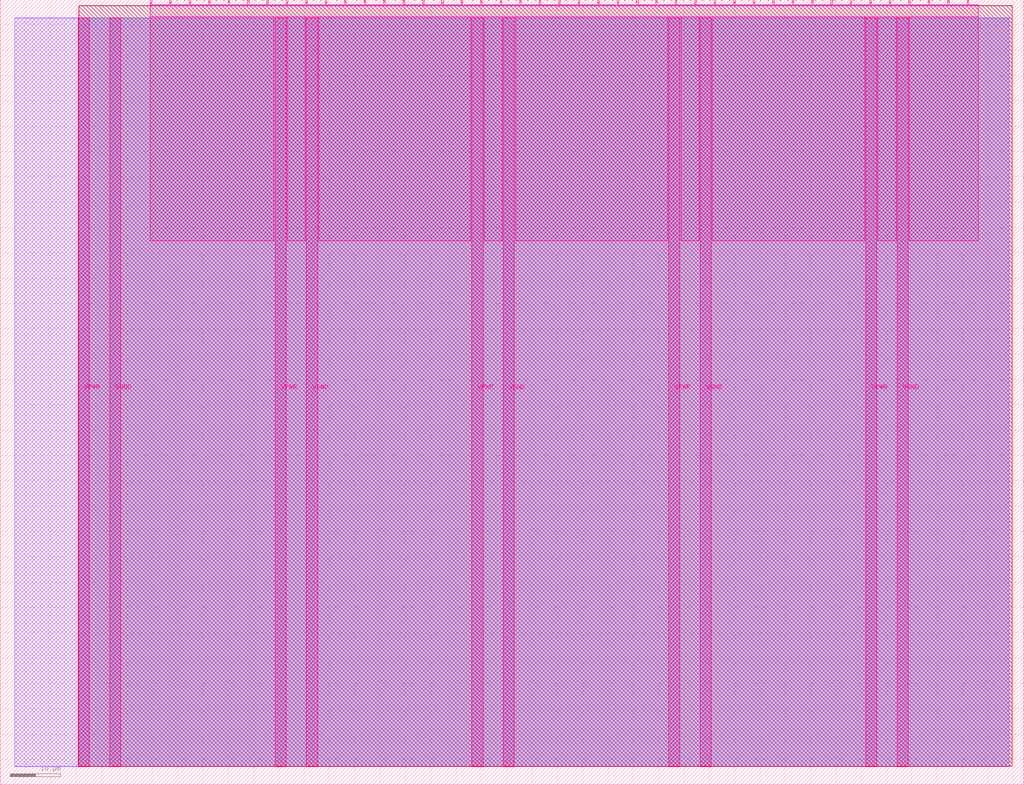
<source format=lef>
VERSION 5.7 ;
  NOWIREEXTENSIONATPIN ON ;
  DIVIDERCHAR "/" ;
  BUSBITCHARS "[]" ;
MACRO tt_um_keszocze_ssmcl
  CLASS BLOCK ;
  FOREIGN tt_um_keszocze_ssmcl ;
  ORIGIN 0.000 0.000 ;
  SIZE 202.080 BY 154.980 ;
  PIN VGND
    DIRECTION INOUT ;
    USE GROUND ;
    PORT
      LAYER Metal5 ;
        RECT 21.580 3.560 23.780 151.420 ;
    END
    PORT
      LAYER Metal5 ;
        RECT 60.450 3.560 62.650 151.420 ;
    END
    PORT
      LAYER Metal5 ;
        RECT 99.320 3.560 101.520 151.420 ;
    END
    PORT
      LAYER Metal5 ;
        RECT 138.190 3.560 140.390 151.420 ;
    END
    PORT
      LAYER Metal5 ;
        RECT 177.060 3.560 179.260 151.420 ;
    END
  END VGND
  PIN VPWR
    DIRECTION INOUT ;
    USE POWER ;
    PORT
      LAYER Metal5 ;
        RECT 15.380 3.560 17.580 151.420 ;
    END
    PORT
      LAYER Metal5 ;
        RECT 54.250 3.560 56.450 151.420 ;
    END
    PORT
      LAYER Metal5 ;
        RECT 93.120 3.560 95.320 151.420 ;
    END
    PORT
      LAYER Metal5 ;
        RECT 131.990 3.560 134.190 151.420 ;
    END
    PORT
      LAYER Metal5 ;
        RECT 170.860 3.560 173.060 151.420 ;
    END
  END VPWR
  PIN clk
    DIRECTION INPUT ;
    USE SIGNAL ;
    ANTENNAGATEAREA 0.213200 ;
    PORT
      LAYER Metal5 ;
        RECT 187.050 153.980 187.350 154.980 ;
    END
  END clk
  PIN ena
    DIRECTION INPUT ;
    USE SIGNAL ;
    ANTENNAGATEAREA 0.180700 ;
    PORT
      LAYER Metal5 ;
        RECT 190.890 153.980 191.190 154.980 ;
    END
  END ena
  PIN rst_n
    DIRECTION INPUT ;
    USE SIGNAL ;
    ANTENNAGATEAREA 0.426400 ;
    PORT
      LAYER Metal5 ;
        RECT 183.210 153.980 183.510 154.980 ;
    END
  END rst_n
  PIN ui_in[0]
    DIRECTION INPUT ;
    USE SIGNAL ;
    ANTENNAGATEAREA 0.180700 ;
    PORT
      LAYER Metal5 ;
        RECT 179.370 153.980 179.670 154.980 ;
    END
  END ui_in[0]
  PIN ui_in[1]
    DIRECTION INPUT ;
    USE SIGNAL ;
    ANTENNAGATEAREA 0.180700 ;
    PORT
      LAYER Metal5 ;
        RECT 175.530 153.980 175.830 154.980 ;
    END
  END ui_in[1]
  PIN ui_in[2]
    DIRECTION INPUT ;
    USE SIGNAL ;
    ANTENNAGATEAREA 0.180700 ;
    PORT
      LAYER Metal5 ;
        RECT 171.690 153.980 171.990 154.980 ;
    END
  END ui_in[2]
  PIN ui_in[3]
    DIRECTION INPUT ;
    USE SIGNAL ;
    ANTENNAGATEAREA 0.180700 ;
    PORT
      LAYER Metal5 ;
        RECT 167.850 153.980 168.150 154.980 ;
    END
  END ui_in[3]
  PIN ui_in[4]
    DIRECTION INPUT ;
    USE SIGNAL ;
    ANTENNAGATEAREA 0.180700 ;
    PORT
      LAYER Metal5 ;
        RECT 164.010 153.980 164.310 154.980 ;
    END
  END ui_in[4]
  PIN ui_in[5]
    DIRECTION INPUT ;
    USE SIGNAL ;
    ANTENNAGATEAREA 0.180700 ;
    PORT
      LAYER Metal5 ;
        RECT 160.170 153.980 160.470 154.980 ;
    END
  END ui_in[5]
  PIN ui_in[6]
    DIRECTION INPUT ;
    USE SIGNAL ;
    PORT
      LAYER Metal5 ;
        RECT 156.330 153.980 156.630 154.980 ;
    END
  END ui_in[6]
  PIN ui_in[7]
    DIRECTION INPUT ;
    USE SIGNAL ;
    ANTENNAGATEAREA 0.213200 ;
    PORT
      LAYER Metal5 ;
        RECT 152.490 153.980 152.790 154.980 ;
    END
  END ui_in[7]
  PIN uio_in[0]
    DIRECTION INPUT ;
    USE SIGNAL ;
    PORT
      LAYER Metal5 ;
        RECT 148.650 153.980 148.950 154.980 ;
    END
  END uio_in[0]
  PIN uio_in[1]
    DIRECTION INPUT ;
    USE SIGNAL ;
    PORT
      LAYER Metal5 ;
        RECT 144.810 153.980 145.110 154.980 ;
    END
  END uio_in[1]
  PIN uio_in[2]
    DIRECTION INPUT ;
    USE SIGNAL ;
    PORT
      LAYER Metal5 ;
        RECT 140.970 153.980 141.270 154.980 ;
    END
  END uio_in[2]
  PIN uio_in[3]
    DIRECTION INPUT ;
    USE SIGNAL ;
    PORT
      LAYER Metal5 ;
        RECT 137.130 153.980 137.430 154.980 ;
    END
  END uio_in[3]
  PIN uio_in[4]
    DIRECTION INPUT ;
    USE SIGNAL ;
    PORT
      LAYER Metal5 ;
        RECT 133.290 153.980 133.590 154.980 ;
    END
  END uio_in[4]
  PIN uio_in[5]
    DIRECTION INPUT ;
    USE SIGNAL ;
    PORT
      LAYER Metal5 ;
        RECT 129.450 153.980 129.750 154.980 ;
    END
  END uio_in[5]
  PIN uio_in[6]
    DIRECTION INPUT ;
    USE SIGNAL ;
    PORT
      LAYER Metal5 ;
        RECT 125.610 153.980 125.910 154.980 ;
    END
  END uio_in[6]
  PIN uio_in[7]
    DIRECTION INPUT ;
    USE SIGNAL ;
    PORT
      LAYER Metal5 ;
        RECT 121.770 153.980 122.070 154.980 ;
    END
  END uio_in[7]
  PIN uio_oe[0]
    DIRECTION OUTPUT ;
    USE SIGNAL ;
    ANTENNADIFFAREA 0.299200 ;
    PORT
      LAYER Metal5 ;
        RECT 56.490 153.980 56.790 154.980 ;
    END
  END uio_oe[0]
  PIN uio_oe[1]
    DIRECTION OUTPUT ;
    USE SIGNAL ;
    ANTENNADIFFAREA 0.299200 ;
    PORT
      LAYER Metal5 ;
        RECT 52.650 153.980 52.950 154.980 ;
    END
  END uio_oe[1]
  PIN uio_oe[2]
    DIRECTION OUTPUT ;
    USE SIGNAL ;
    ANTENNADIFFAREA 0.299200 ;
    PORT
      LAYER Metal5 ;
        RECT 48.810 153.980 49.110 154.980 ;
    END
  END uio_oe[2]
  PIN uio_oe[3]
    DIRECTION OUTPUT ;
    USE SIGNAL ;
    ANTENNADIFFAREA 0.299200 ;
    PORT
      LAYER Metal5 ;
        RECT 44.970 153.980 45.270 154.980 ;
    END
  END uio_oe[3]
  PIN uio_oe[4]
    DIRECTION OUTPUT ;
    USE SIGNAL ;
    ANTENNADIFFAREA 0.299200 ;
    PORT
      LAYER Metal5 ;
        RECT 41.130 153.980 41.430 154.980 ;
    END
  END uio_oe[4]
  PIN uio_oe[5]
    DIRECTION OUTPUT ;
    USE SIGNAL ;
    ANTENNADIFFAREA 0.299200 ;
    PORT
      LAYER Metal5 ;
        RECT 37.290 153.980 37.590 154.980 ;
    END
  END uio_oe[5]
  PIN uio_oe[6]
    DIRECTION OUTPUT ;
    USE SIGNAL ;
    ANTENNADIFFAREA 0.299200 ;
    PORT
      LAYER Metal5 ;
        RECT 33.450 153.980 33.750 154.980 ;
    END
  END uio_oe[6]
  PIN uio_oe[7]
    DIRECTION OUTPUT ;
    USE SIGNAL ;
    ANTENNADIFFAREA 0.299200 ;
    PORT
      LAYER Metal5 ;
        RECT 29.610 153.980 29.910 154.980 ;
    END
  END uio_oe[7]
  PIN uio_out[0]
    DIRECTION OUTPUT ;
    USE SIGNAL ;
    ANTENNADIFFAREA 0.299200 ;
    PORT
      LAYER Metal5 ;
        RECT 87.210 153.980 87.510 154.980 ;
    END
  END uio_out[0]
  PIN uio_out[1]
    DIRECTION OUTPUT ;
    USE SIGNAL ;
    ANTENNADIFFAREA 0.299200 ;
    PORT
      LAYER Metal5 ;
        RECT 83.370 153.980 83.670 154.980 ;
    END
  END uio_out[1]
  PIN uio_out[2]
    DIRECTION OUTPUT ;
    USE SIGNAL ;
    ANTENNADIFFAREA 0.299200 ;
    PORT
      LAYER Metal5 ;
        RECT 79.530 153.980 79.830 154.980 ;
    END
  END uio_out[2]
  PIN uio_out[3]
    DIRECTION OUTPUT ;
    USE SIGNAL ;
    ANTENNADIFFAREA 0.299200 ;
    PORT
      LAYER Metal5 ;
        RECT 75.690 153.980 75.990 154.980 ;
    END
  END uio_out[3]
  PIN uio_out[4]
    DIRECTION OUTPUT ;
    USE SIGNAL ;
    ANTENNADIFFAREA 0.299200 ;
    PORT
      LAYER Metal5 ;
        RECT 71.850 153.980 72.150 154.980 ;
    END
  END uio_out[4]
  PIN uio_out[5]
    DIRECTION OUTPUT ;
    USE SIGNAL ;
    ANTENNADIFFAREA 0.299200 ;
    PORT
      LAYER Metal5 ;
        RECT 68.010 153.980 68.310 154.980 ;
    END
  END uio_out[5]
  PIN uio_out[6]
    DIRECTION OUTPUT ;
    USE SIGNAL ;
    ANTENNADIFFAREA 0.299200 ;
    PORT
      LAYER Metal5 ;
        RECT 64.170 153.980 64.470 154.980 ;
    END
  END uio_out[6]
  PIN uio_out[7]
    DIRECTION OUTPUT ;
    USE SIGNAL ;
    ANTENNADIFFAREA 0.299200 ;
    PORT
      LAYER Metal5 ;
        RECT 60.330 153.980 60.630 154.980 ;
    END
  END uio_out[7]
  PIN uo_out[0]
    DIRECTION OUTPUT ;
    USE SIGNAL ;
    ANTENNADIFFAREA 0.654800 ;
    PORT
      LAYER Metal5 ;
        RECT 117.930 153.980 118.230 154.980 ;
    END
  END uo_out[0]
  PIN uo_out[1]
    DIRECTION OUTPUT ;
    USE SIGNAL ;
    ANTENNADIFFAREA 0.654800 ;
    PORT
      LAYER Metal5 ;
        RECT 114.090 153.980 114.390 154.980 ;
    END
  END uo_out[1]
  PIN uo_out[2]
    DIRECTION OUTPUT ;
    USE SIGNAL ;
    ANTENNADIFFAREA 0.654800 ;
    PORT
      LAYER Metal5 ;
        RECT 110.250 153.980 110.550 154.980 ;
    END
  END uo_out[2]
  PIN uo_out[3]
    DIRECTION OUTPUT ;
    USE SIGNAL ;
    ANTENNADIFFAREA 0.654800 ;
    PORT
      LAYER Metal5 ;
        RECT 106.410 153.980 106.710 154.980 ;
    END
  END uo_out[3]
  PIN uo_out[4]
    DIRECTION OUTPUT ;
    USE SIGNAL ;
    ANTENNADIFFAREA 0.654800 ;
    PORT
      LAYER Metal5 ;
        RECT 102.570 153.980 102.870 154.980 ;
    END
  END uo_out[4]
  PIN uo_out[5]
    DIRECTION OUTPUT ;
    USE SIGNAL ;
    ANTENNADIFFAREA 0.654800 ;
    PORT
      LAYER Metal5 ;
        RECT 98.730 153.980 99.030 154.980 ;
    END
  END uo_out[5]
  PIN uo_out[6]
    DIRECTION OUTPUT ;
    USE SIGNAL ;
    ANTENNADIFFAREA 0.299200 ;
    PORT
      LAYER Metal5 ;
        RECT 94.890 153.980 95.190 154.980 ;
    END
  END uo_out[6]
  PIN uo_out[7]
    DIRECTION OUTPUT ;
    USE SIGNAL ;
    ANTENNADIFFAREA 0.654800 ;
    PORT
      LAYER Metal5 ;
        RECT 91.050 153.980 91.350 154.980 ;
    END
  END uo_out[7]
  OBS
      LAYER GatPoly ;
        RECT 2.880 3.630 199.200 151.350 ;
      LAYER Metal1 ;
        RECT 2.880 3.560 199.200 151.420 ;
      LAYER Metal2 ;
        RECT 15.515 3.680 199.825 151.300 ;
      LAYER Metal3 ;
        RECT 15.560 3.635 199.780 153.865 ;
      LAYER Metal4 ;
        RECT 15.515 3.680 199.825 153.820 ;
      LAYER Metal5 ;
        RECT 30.120 153.770 33.240 153.980 ;
        RECT 33.960 153.770 37.080 153.980 ;
        RECT 37.800 153.770 40.920 153.980 ;
        RECT 41.640 153.770 44.760 153.980 ;
        RECT 45.480 153.770 48.600 153.980 ;
        RECT 49.320 153.770 52.440 153.980 ;
        RECT 53.160 153.770 56.280 153.980 ;
        RECT 57.000 153.770 60.120 153.980 ;
        RECT 60.840 153.770 63.960 153.980 ;
        RECT 64.680 153.770 67.800 153.980 ;
        RECT 68.520 153.770 71.640 153.980 ;
        RECT 72.360 153.770 75.480 153.980 ;
        RECT 76.200 153.770 79.320 153.980 ;
        RECT 80.040 153.770 83.160 153.980 ;
        RECT 83.880 153.770 87.000 153.980 ;
        RECT 87.720 153.770 90.840 153.980 ;
        RECT 91.560 153.770 94.680 153.980 ;
        RECT 95.400 153.770 98.520 153.980 ;
        RECT 99.240 153.770 102.360 153.980 ;
        RECT 103.080 153.770 106.200 153.980 ;
        RECT 106.920 153.770 110.040 153.980 ;
        RECT 110.760 153.770 113.880 153.980 ;
        RECT 114.600 153.770 117.720 153.980 ;
        RECT 118.440 153.770 121.560 153.980 ;
        RECT 122.280 153.770 125.400 153.980 ;
        RECT 126.120 153.770 129.240 153.980 ;
        RECT 129.960 153.770 133.080 153.980 ;
        RECT 133.800 153.770 136.920 153.980 ;
        RECT 137.640 153.770 140.760 153.980 ;
        RECT 141.480 153.770 144.600 153.980 ;
        RECT 145.320 153.770 148.440 153.980 ;
        RECT 149.160 153.770 152.280 153.980 ;
        RECT 153.000 153.770 156.120 153.980 ;
        RECT 156.840 153.770 159.960 153.980 ;
        RECT 160.680 153.770 163.800 153.980 ;
        RECT 164.520 153.770 167.640 153.980 ;
        RECT 168.360 153.770 171.480 153.980 ;
        RECT 172.200 153.770 175.320 153.980 ;
        RECT 176.040 153.770 179.160 153.980 ;
        RECT 179.880 153.770 183.000 153.980 ;
        RECT 183.720 153.770 186.840 153.980 ;
        RECT 187.560 153.770 190.680 153.980 ;
        RECT 191.400 153.770 193.060 153.980 ;
        RECT 29.660 151.630 193.060 153.770 ;
        RECT 29.660 107.375 54.040 151.630 ;
        RECT 56.660 107.375 60.240 151.630 ;
        RECT 62.860 107.375 92.910 151.630 ;
        RECT 95.530 107.375 99.110 151.630 ;
        RECT 101.730 107.375 131.780 151.630 ;
        RECT 134.400 107.375 137.980 151.630 ;
        RECT 140.600 107.375 170.650 151.630 ;
        RECT 173.270 107.375 176.850 151.630 ;
        RECT 179.470 107.375 193.060 151.630 ;
  END
END tt_um_keszocze_ssmcl
END LIBRARY


</source>
